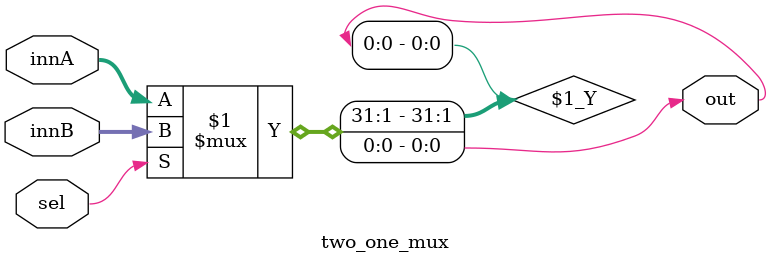
<source format=v>
`timescale 1ns / 1ps


module two_one_mux(innA,innB,sel,out);
    input[31:0] innA,innB;
    input sel;
    output out;
    
    assign out = sel ? innB:innA ;
    
endmodule

</source>
